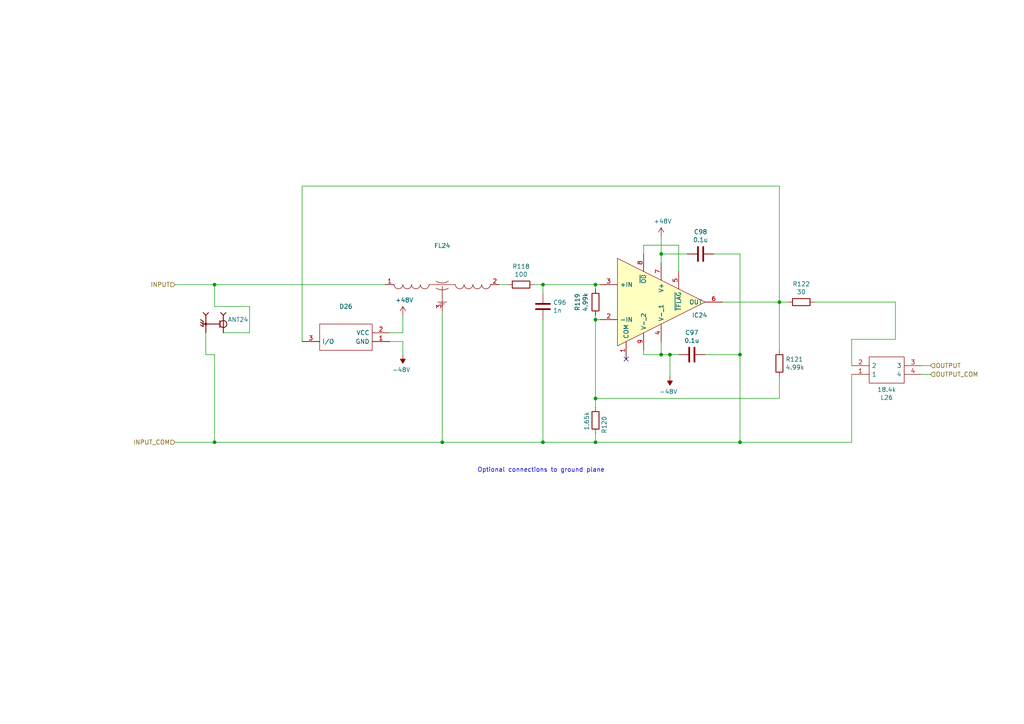
<source format=kicad_sch>
(kicad_sch (version 20211123) (generator eeschema)
  (paper "A4")
  (title_block (title "Amplifier block"))
  (lib_symbols
    (symbol "ARTIQAmp:744229" (pin_names (offset 0.762))
      (property "Reference" "L" (at 5.08 7.62 0))
      (property "Value" "744229" (at 5.08 5.08 0))
      (symbol "744229_0_0"
        (pin passive line (at 0 0 0) (length 5.08) (name "1") (number "1"))
        (pin passive line (at 0 -2.54 0) (length 5.08) (name "2") (number "2"))
        (pin passive line (at 20.32 -2.54 180) (length 5.08) (name "3") (number "3"))
        (pin passive line (at 20.32 0 180) (length 5.08) (name "4") (number "4"))
      )
      (symbol "744229_0_1"
        (polyline (pts (xy 5.08 2.54) (xy 15.24 2.54) (xy 15.24 -5.08) (xy 5.08 -5.08) (xy 5.08 2.54)) (stroke (width 0.1524)))
      )
    )
    (symbol "ARTIQAmp:LTC6090CS8E#PBF" (pin_names (offset 0.762))
      (property "Reference" "IC" (at 6.35 20.32 0))
      (property "Value" "LTC6090CS8E#PBF" (at 6.35 17.78 0))
      (symbol "LTC6090CS8E#PBF_0_0"
        (pin power_in line (at -5.08 -16.51 90) (length 5.08) (name "COM") (number "1"))
        (pin input line (at -12.7 -5.08 0) (length 5.08) (name "-IN") (number "2"))
        (pin input line (at -12.7 5.08 0) (length 5.08) (name "+IN") (number "3"))
        (pin power_in line (at 5.08 -11.43 90) (length 5.08) (name "V-_1") (number "4"))
        (pin output line (at 10.16 8.89 270) (length 5.08) (name "~{TFLAG}") (number "5"))
        (pin output line (at 22.86 0 180) (length 5.08) (name "OUT") (number "6"))
        (pin power_in line (at 5.08 11.43 270) (length 5.08) (name "V+") (number "7"))
        (pin input line (at 0 13.97 270) (length 5.08) (name "~{OD}") (number "8"))
        (pin power_in line (at 0 -13.97 90) (length 5.08) (name "V-_2") (number "9"))
      )
      (symbol "LTC6090CS8E#PBF_0_1"
        (polyline (pts (xy -7.62 12.7) (xy -7.62 -12.7) (xy 17.78 0) (xy -7.62 12.7)) (fill (type background)))
      )
    )
    (symbol "ARTIQAmp:NFE61PT472C1H9L" (pin_names (offset 0.762))
      (property "Reference" "FL" (at 25.4 11.43 0))
      (property "Value" " " (at 25.4 8.89 0))
      (symbol "NFE61PT472C1H9L_0_0"
        (pin passive line (at 0 0 0) (length 2.54) (name "~") (number "1"))
        (pin passive line (at 33.02 0 180) (length 2.54) (name "~") (number "2"))
        (pin passive line (at 16.51 -7.62 90) (length 2.54) (name "~") (number "3"))
      )
      (symbol "NFE61PT472C1H9L_0_1"
        (polyline (pts (xy 12.7 0) (xy 20.32 0)) (stroke (width 0.1524)))
        (polyline (pts (xy 15.24 -5.08) (xy 17.78 -5.08)) (stroke (width 0.1524)))
        (polyline (pts (xy 15.748 -5.588) (xy 17.272 -5.588)) (stroke (width 0.1524)))
        (polyline (pts (xy 16.256 -6.096) (xy 16.764 -6.096)) (stroke (width 0.1524)))
        (polyline (pts (xy 16.51 -5.08) (xy 16.51 -0.508)) (stroke (width 0.1524)))
        (arc (start 2.54 0) (mid 3.81 -1.3218) (end 5.08 0) (stroke (width 0.1524)))
        (arc (start 5.08 0) (mid 6.35 -1.3218) (end 7.62 0) (stroke (width 0.1524)))
        (arc (start 7.62 0) (mid 8.89 -1.3218) (end 10.16 0) (stroke (width 0.1524)))
        (arc (start 10.16 0) (mid 11.43 -1.3218) (end 12.7 0) (stroke (width 0.1524)))
        (arc (start 14.732 -1.016) (mid 16.51 -7.1218) (end 18.288 -1.016) (stroke (width 0.1524)))
        (arc (start 14.732 1.016) (mid 16.51 0.4982) (end 18.288 1.016) (stroke (width 0.1524)))
        (arc (start 20.32 0) (mid 21.59 -1.3218) (end 22.86 0) (stroke (width 0.1524)))
        (arc (start 22.86 0) (mid 24.13 -1.3218) (end 25.4 0) (stroke (width 0.1524)))
        (arc (start 25.4 0) (mid 26.67 -1.3218) (end 27.94 0) (stroke (width 0.1524)))
        (arc (start 27.94 0) (mid 29.21 -1.3218) (end 30.48 0) (stroke (width 0.1524)))
      )
    )
    (symbol "Device:C" (pin_numbers hide) (pin_names (offset 0.254))
      (property "Reference" "C" (at 0.635 2.54 0))
      (property "Value" "C" (at 0.635 -2.54 0))
      (symbol "C_0_1"
        (polyline (pts (xy -2.032 -0.762) (xy 2.032 -0.762)) (stroke (width 0.508)))
        (polyline (pts (xy -2.032 0.762) (xy 2.032 0.762)) (stroke (width 0.508)))
      )
      (symbol "C_1_1"
        (pin passive line (at 0 3.81 270) (length 2.794) (name "~") (number "1"))
        (pin passive line (at 0 -3.81 90) (length 2.794) (name "~") (number "2"))
      )
    )
    (symbol "Device:R" (pin_numbers hide) (pin_names (offset 0))
      (property "Reference" "R" (at 2.032 0 90))
      (property "Value" "R" (at 0 0 90))
      (symbol "R_0_1"
        (rectangle (start -1.016 -2.54) (end 1.016 2.54) (stroke (width 0.254)))
      )
      (symbol "R_1_1"
        (pin passive line (at 0 3.81 270) (length 1.27) (name "~") (number "1"))
        (pin passive line (at 0 -3.81 90) (length 1.27) (name "~") (number "2"))
      )
    )
    (symbol "NUP1301_215:NUP1301,215" (pin_names (offset 0.762))
      (property "Reference" "D" (at 21.59 7.62 0))
      (property "Value" "NUP1301,215" (at 21.59 5.08 0))
      (symbol "NUP1301,215_0_0"
        (pin passive line (at 0 0 0) (length 5.08) (name "GND") (number "1"))
        (pin passive line (at 0 -2.54 0) (length 5.08) (name "VCC") (number "2"))
        (pin passive line (at 25.4 0 180) (length 5.08) (name "I/O") (number "3"))
      )
      (symbol "NUP1301,215_0_1"
        (polyline (pts (xy 5.08 2.54) (xy 20.32 2.54) (xy 20.32 -5.08) (xy 5.08 -5.08) (xy 5.08 2.54)) (stroke (width 0.1524)))
      )
    )
    (symbol "U.FL-R-SMT_10_:U.FL-R-SMT(10)" (pin_numbers hide) (pin_names (offset 1.016) hide)
      (property "Reference" "J" (at -3.81 4.064 0))
      (property "Value" "U.FL-R-SMT(10)" (at -4.064 -6.858 0))
      (symbol "U.FL-R-SMT(10)_0_0"
        (circle (center 0 -2.54) (radius 0.254) (stroke (width 0.254)))
        (polyline (pts (xy -3.302 -3.302) (xy -2.54 -2.54)) (stroke (width 0.254)))
        (polyline (pts (xy -3.302 -1.778) (xy -2.54 -2.54)) (stroke (width 0.254)))
        (polyline (pts (xy -3.302 1.778) (xy -2.54 2.54)) (stroke (width 0.254)))
        (polyline (pts (xy -3.302 3.302) (xy -2.54 2.54)) (stroke (width 0.254)))
        (polyline (pts (xy -2.54 2.54) (xy 2.54 2.54)) (stroke (width 0.254)))
        (polyline (pts (xy -1.016 1.524) (xy 0 1.524)) (stroke (width 0.254)))
        (polyline (pts (xy -0.762 -3.302) (xy -1.27 -4.064)) (stroke (width 0.254)))
        (polyline (pts (xy 0 -3.302) (xy -0.762 -3.302)) (stroke (width 0.254)))
        (polyline (pts (xy 0 -3.302) (xy -0.508 -4.064)) (stroke (width 0.254)))
        (polyline (pts (xy 0 -3.302) (xy 0.762 -3.302)) (stroke (width 0.254)))
        (polyline (pts (xy 0 -2.54) (xy -2.54 -2.54)) (stroke (width 0.254)))
        (polyline (pts (xy 0 -2.54) (xy 0 -3.302)) (stroke (width 0.254)))
        (polyline (pts (xy 0 1.524) (xy 0 -2.54)) (stroke (width 0.254)))
        (polyline (pts (xy 0 1.524) (xy 1.016 1.524)) (stroke (width 0.254)))
        (polyline (pts (xy 0.762 -3.302) (xy 0.254 -4.064)) (stroke (width 0.254)))
        (polyline (pts (xy 2.54 -2.54) (xy 0 -2.54)) (stroke (width 0.254)))
        (circle (center 0 2.54) (radius 1.016) (stroke (width 0.254)))
        (pin passive line (at 2.54 2.54 180) (length 5.08) (name "SIG") (number "1"))
        (pin passive line (at 2.54 -2.54 180) (length 5.08) (name "GND1") (number "2"))
        (pin passive line (at 2.54 -2.54 180) (length 5.08) (name "GND2") (number "3"))
      )
    )
    (symbol "power:+48V" (power) (pin_names (offset 0))
      (property "Value" "+48V" (at 0 3.556 0))
      (symbol "+48V_0_1"
        (polyline (pts (xy -0.762 1.27) (xy 0 2.54)))
        (polyline (pts (xy 0 0) (xy 0 2.54)))
        (polyline (pts (xy 0 2.54) (xy 0.762 1.27)))
      )
      (symbol "+48V_1_1"
        (pin power_in line (at 0 0 90) (length 0) hide (name "+48V") (number "1"))
      )
    )
    (symbol "power:-48V" (power) (pin_names (offset 0))
      (property "Value" "-48V" (at 0 3.81 0))
      (symbol "-48V_0_0"
        (pin power_in line (at 0 0 90) (length 0) hide (name "-48V") (number "1"))
      )
      (symbol "-48V_0_1"
        (polyline (pts (xy 0 0) (xy 0 1.27) (xy 0.762 1.27) (xy 0 2.54) (xy -0.762 1.27) (xy 0 1.27)) (fill (type outline)))
      )
    )
  )
  (junction (at 128.27 128.27))
  (junction (at 214.63 102.87))
  (junction (at 226.06 87.63))
  (junction (at 172.72 128.27))
  (junction (at 172.72 92.71))
  (junction (at 194.31 102.87))
  (junction (at 191.77 73.66))
  (junction (at 172.72 115.57))
  (junction (at 172.72 82.55))
  (junction (at 157.48 128.27))
  (junction (at 157.48 82.55))
  (junction (at 191.77 102.87))
  (junction (at 214.63 128.27))
  (junction (at 62.23 128.27))
  (junction (at 62.23 82.55))
  (no_connect (at 181.61 104.14))
  (wire (pts (xy 172.72 92.71) (xy 172.72 115.57)))
  (wire (pts (xy 196.85 71.12) (xy 186.69 71.12)))
  (wire (pts (xy 87.63 99.06) (xy 87.63 53.975)))
  (wire (pts (xy 172.72 115.57) (xy 172.72 118.11)))
  (wire (pts (xy 173.99 92.71) (xy 172.72 92.71)))
  (wire (pts (xy 191.77 68.58) (xy 191.77 73.66)))
  (wire (pts (xy 173.99 82.55) (xy 172.72 82.55)))
  (wire (pts (xy 247.015 98.425) (xy 259.715 98.425)))
  (wire (pts (xy 214.63 102.87) (xy 214.63 128.27)))
  (wire (pts (xy 186.69 71.12) (xy 186.69 73.66)))
  (wire (pts (xy 247.015 106.045) (xy 247.015 98.425)))
  (wire (pts (xy 204.47 102.87) (xy 214.63 102.87)))
  (wire (pts (xy 199.39 73.66) (xy 191.77 73.66)))
  (wire (pts (xy 62.23 102.87) (xy 62.23 128.27)))
  (wire (pts (xy 128.27 90.17) (xy 128.27 128.27)))
  (wire (pts (xy 172.72 128.27) (xy 214.63 128.27)))
  (wire (pts (xy 116.84 96.52) (xy 116.84 91.44)))
  (wire (pts (xy 157.48 128.27) (xy 172.72 128.27)))
  (wire (pts (xy 62.23 128.27) (xy 128.27 128.27)))
  (wire (pts (xy 157.48 92.71) (xy 157.48 128.27)))
  (wire (pts (xy 267.335 106.045) (xy 269.875 106.045)))
  (wire (pts (xy 186.69 101.6) (xy 186.69 102.87)))
  (wire (pts (xy 50.8 128.27) (xy 62.23 128.27)))
  (wire (pts (xy 226.06 109.22) (xy 226.06 115.57)))
  (wire (pts (xy 196.85 102.87) (xy 194.31 102.87)))
  (wire (pts (xy 259.715 98.425) (xy 259.715 87.63)))
  (wire (pts (xy 226.06 53.975) (xy 226.06 87.63)))
  (wire (pts (xy 191.77 99.06) (xy 191.77 102.87)))
  (wire (pts (xy 62.23 82.55) (xy 62.23 88.9)))
  (wire (pts (xy 214.63 102.87) (xy 214.63 73.66)))
  (wire (pts (xy 226.06 87.63) (xy 226.06 101.6)))
  (wire (pts (xy 194.31 102.87) (xy 194.31 109.22)))
  (wire (pts (xy 157.48 82.55) (xy 154.94 82.55)))
  (wire (pts (xy 236.22 87.63) (xy 259.715 87.63)))
  (wire (pts (xy 191.77 76.2) (xy 191.77 73.66)))
  (wire (pts (xy 59.69 96.52) (xy 59.69 102.87)))
  (wire (pts (xy 62.23 102.87) (xy 59.69 102.87)))
  (wire (pts (xy 72.39 88.9) (xy 72.39 96.52)))
  (wire (pts (xy 172.72 82.55) (xy 172.72 83.82)))
  (wire (pts (xy 62.23 88.9) (xy 72.39 88.9)))
  (wire (pts (xy 62.23 82.55) (xy 111.76 82.55)))
  (wire (pts (xy 226.06 87.63) (xy 228.6 87.63)))
  (wire (pts (xy 186.69 102.87) (xy 191.77 102.87)))
  (wire (pts (xy 157.48 82.55) (xy 157.48 85.09)))
  (wire (pts (xy 267.335 108.585) (xy 269.875 108.585)))
  (wire (pts (xy 247.015 128.27) (xy 214.63 128.27)))
  (wire (pts (xy 214.63 73.66) (xy 207.01 73.66)))
  (wire (pts (xy 191.77 102.87) (xy 194.31 102.87)))
  (wire (pts (xy 247.015 108.585) (xy 247.015 128.27)))
  (wire (pts (xy 87.63 53.975) (xy 226.06 53.975)))
  (wire (pts (xy 157.48 82.55) (xy 172.72 82.55)))
  (wire (pts (xy 113.03 99.06) (xy 116.84 99.06)))
  (wire (pts (xy 172.72 125.73) (xy 172.72 128.27)))
  (wire (pts (xy 113.03 96.52) (xy 116.84 96.52)))
  (wire (pts (xy 72.39 96.52) (xy 64.77 96.52)))
  (wire (pts (xy 186.69 76.2) (xy 186.69 78.74)))
  (wire (pts (xy 172.72 115.57) (xy 226.06 115.57)))
  (wire (pts (xy 209.55 87.63) (xy 226.06 87.63)))
  (wire (pts (xy 50.8 82.55) (xy 62.23 82.55)))
  (wire (pts (xy 116.84 99.06) (xy 116.84 102.87)))
  (wire (pts (xy 196.85 78.74) (xy 196.85 71.12)))
  (wire (pts (xy 172.72 91.44) (xy 172.72 92.71)))
  (wire (pts (xy 128.27 128.27) (xy 157.48 128.27)))
  (wire (pts (xy 147.32 82.55) (xy 144.78 82.55)))
  (text "Optional connections to ground plane" (at 138.43 137.16 0) (effects (font (size 1.27 1.27)) (justify left bottom)))
  (hierarchical_label "OUTPUT" (shape input) (at 269.875 106.045 0))
  (hierarchical_label "INPUT" (shape input) (at 50.8 82.55 180))
  (hierarchical_label "OUTPUT_COM" (shape input) (at 269.875 108.585 0))
  (hierarchical_label "INPUT_COM" (shape input) (at 50.8 128.27 180))
  (symbol (lib_id "Device:R") (at 172.72 121.92 180)
    (property "Reference" "R120" (at 175.26 120.65 90) (effects (justify left)))
    (property "Value" "1.65k" (at 170.18 119.38 90) (effects (justify left)))
    (property "Footprint" "Resistor_SMD:R_0603_1608Metric" (effects hide))
    (property "Datasheet" "https://www.seielect.com/catalog/sei-rmcf_rmcp.pdf" (effects hide))
    (property "Digikey Number" "RMCF0603FT1K65CT-ND" (effects hide))
    (property "Availability" "Y" (effects hide))
    (property "Description" "RES 1.65K OHM 1% 1/10W 0603" (effects hide))
    (property "Manufacturer" "Stackpole Electronics Inc" (effects hide))
    (property "MPN" "RMCF0603FT1K65" (effects hide))
    (property "Package" "0603" (effects hide))
    (property "Type" "SMT" (effects hide))
  )
  (symbol (lib_id "Device:R") (at 226.06 105.41 180)
    (property "Reference" "R121" (at 227.838 104.2416 0) (effects (justify right)))
    (property "Value" "4.99k" (at 227.838 106.553 0) (effects (justify right)))
    (property "Footprint" "Resistor_SMD:R_0603_1608Metric" (effects hide))
    (property "Datasheet" "https://www.seielect.com/catalog/sei-rmcf_rmcp.pdf" (effects hide))
    (property "Digikey Number" "RMCF0603FT4K99CT-ND" (effects hide))
    (property "Availability" "Y" (effects hide))
    (property "Description" "RES SMD 4.99K OHM 1% 1/10W 0603" (effects hide))
    (property "Manufacturer" "Stackpole Electronics Inc" (effects hide))
    (property "MPN" "RMCF0603FT4K99" (effects hide))
    (property "Package" "0603" (effects hide))
    (property "Type" "SMT" (effects hide))
  )
  (symbol (lib_id "Device:C") (at 157.48 88.9 0)
    (property "Reference" "C96" (at 160.401 87.7316 0) (effects (justify left)))
    (property "Value" "1n" (at 160.401 90.043 0) (effects (justify left)))
    (property "Footprint" "Capacitor_SMD:C_0603_1608Metric" (effects hide))
    (property "Datasheet" "http://www.passivecomponent.com/wp-content/uploads/datasheet/WTC_MLCC_General_Purpose.pdf" (effects hide))
    (property "Digikey Number" "1276-1131-1-ND " (effects hide))
    (property "Description" "CAP CER 1000PF 100V X7R 0603" (effects hide))
    (property "Height" "0.9" (effects hide))
    (property "Manufacturer" "Samsung" (effects hide))
    (property "MPN" "CL10B102KC8NNNC" (effects hide))
    (property "Availability" "Y" (effects hide))
    (property "Package" "0603" (effects hide))
    (property "Type" "SMT" (effects hide))
  )
  (symbol (lib_id "power:+48V") (at 191.77 68.58 0)
    (property "Reference" "#PWR0110" (effects hide))
    (property "Value" "+48V" (at 192.2018 64.1858 0))
  )
  (symbol (lib_id "Device:C") (at 203.2 73.66 270)
    (property "Reference" "C98" (at 203.2 67.2592 90))
    (property "Value" "0.1u" (at 203.2 69.5706 90))
    (property "Footprint" "Capacitor_SMD:C_0603_1608Metric" (effects hide))
    (property "Datasheet" "https://media.digikey.com/pdf/Data%20Sheets/Samsung%20PDFs/CL10B104KC8NNNC_Spec.pdf" (effects hide))
    (property "Digikey Number" "1276-6807-1-ND" (effects hide))
    (property "Description" "CAP CER 0.1UF 100V X7R 0603" (effects hide))
    (property "Height" "0.9" (effects hide))
    (property "Manufacturer" "Samsung" (effects hide))
    (property "MPN" "CL10B104KC8NNNC" (effects hide))
    (property "Availability" "Y" (effects hide))
  )
  (symbol (lib_id "ARTIQAmp:NFE61PT472C1H9L") (at 111.76 82.55 0)
    (property "Reference" "FL24" (at 128.27 71.247 0))
    (property "Value" " " (at 128.27 73.5584 0))
    (property "Footprint" "ARTIQAmp:NFE61" (effects hide))
    (property "Datasheet" "https://www.murata.com/en-eu/products/productdata/8796767059998/ENFE0003.pdf" (effects hide))
    (property "Description" "SMT EMI filter capacitor,4700pF 50Vdc Murata NFE61HT / PT Series 2A 50 V dc SMD Power Line Filter, with Solder Pad Terminals" (effects hide))
    (property "Height" "1.9" (effects hide))
    (property "MPN" "NFE61PT472C1H9L" (effects hide))
    (property "Manufacturer" "Murata Electronics" (effects hide))
    (property "Digikey Number" "490-2554-2-ND" (effects hide))
    (property "Availability" "Y" (effects hide))
    (property "Package" "2706, 3 PC Pad" (effects hide))
    (property "Type" "SMT" (effects hide))
  )
  (symbol (lib_id "Device:R") (at 172.72 87.63 0)
    (property "Reference" "R119" (at 167.4622 87.63 90))
    (property "Value" "4.99k" (at 169.7736 87.63 90))
    (property "Footprint" "Resistor_SMD:R_0603_1608Metric" (effects hide))
    (property "Datasheet" "https://www.seielect.com/catalog/sei-rmcf_rmcp.pdf" (effects hide))
    (property "Digikey Number" "RMCF0603FT4K99CT-ND" (effects hide))
    (property "Availability" "Y" (effects hide))
    (property "Description" "RES SMD 4.99K OHM 1% 1/10W 0603" (effects hide))
    (property "Manufacturer" "Stackpole Electronics Inc" (effects hide))
    (property "MPN" "RMCF0603FT4K99" (effects hide))
    (property "Package" "0603" (effects hide))
    (property "Type" "SMT" (effects hide))
  )
  (symbol (lib_id "Device:R") (at 232.41 87.63 270)
    (property "Reference" "R122" (at 232.41 82.3722 90))
    (property "Value" "30" (at 232.41 84.6836 90))
    (property "Footprint" "Resistor_SMD:R_0603_1608Metric" (effects hide))
    (property "Datasheet" "https://www.seielect.com/catalog/sei-rmcf_rmcp.pdf" (effects hide))
    (property "Digikey Number" "738-RMCF0603FT30R0CT-ND" (effects hide))
    (property "Availability" "Y" (effects hide))
    (property "Description" "RES 30 OHM 1% 1/10W 0603" (effects hide))
    (property "Manufacturer" "Stackpole Electronics Inc" (effects hide))
    (property "MPN" "RMCF0603FT30R0" (effects hide))
    (property "Package" "0603" (effects hide))
    (property "Type" "SMT" (effects hide))
  )
  (symbol (lib_id "ARTIQAmp:744229") (at 247.015 108.585 0) (mirror x)
    (property "Reference" "L26" (at 257.175 115.316 0))
    (property "Value" "18.4k" (at 257.175 113.0046 0))
    (property "Footprint" "ARTIQAmp:WE-SL2-WIDE" (effects hide))
    (property "Datasheet" "http://componentsearchengine.com/Datasheets/1/744229.pdf" (effects hide))
    (property "Description" "SMD Common Mode Line Filter WE-SL5" (effects hide))
    (property "MPN" "744229" (effects hide))
    (property "Manufacturer" "Wurth Elektronik" (effects hide))
    (property "Digikey Number" "732-1488-1-ND" (effects hide))
    (property "Availability" "Y" (effects hide))
    (property "Type" "SMT" (effects hide))
  )
  (symbol (lib_id "ARTIQAmp:LTC6090CS8E#PBF") (at 186.69 87.63 0)
    (property "Reference" "IC24" (at 200.66 91.44 0) (effects (justify left)))
    (property "Value" " " (at 195.58 93.98 0) (effects (justify left)))
    (property "Footprint" "ARTIQAmp:SOIC127P599X175-9N" (effects hide))
    (property "Datasheet" "http://cds.linear.com/docs/en/datasheet/6090fe.pdf" (effects hide))
    (property "Package" "SOIC-8E" (effects hide))
    (property "Digikey Number" "505-LTC6090CS8E#PBF-ND " (effects hide))
    (property "Description" "IC OPAMP GP 1 CIRCUIT 8SOIC" (effects hide))
    (property "Manufacturer" "Analog Devices Inc." (effects hide))
    (property "MPN" "LTC6090CS8E#PBF" (effects hide))
    (property "Availability" "Y" (effects hide))
    (property "Type" "SMT" (effects hide))
  )
  (symbol (lib_id "Device:R") (at 151.13 82.55 270)
    (property "Reference" "R118" (at 151.13 77.2922 90))
    (property "Value" "100" (at 151.13 79.6036 90))
    (property "Footprint" "Resistor_SMD:R_0603_1608Metric" (effects hide))
    (property "Datasheet" "https://www.seielect.com/catalog/sei-rmcf_rmcp.pdf" (effects hide))
    (property "Digikey Number" "RMCF0603FG100RCT-ND " (effects hide))
    (property "Availability" "Y" (effects hide))
    (property "Description" "RES 100 OHM 1% 1/10W 0603" (effects hide))
    (property "Manufacturer" "Stackpole Electronics Inc" (effects hide))
    (property "MPN" "RMCF0603FG100R" (effects hide))
    (property "Package" "0603" (effects hide))
    (property "Type" "SMT" (effects hide))
  )
  (symbol (lib_id "power:-48V") (at 194.31 109.22 180)
    (property "Reference" "#PWR0111" (effects hide))
    (property "Value" "-48V" (at 193.8528 113.6142 0))
  )
  (symbol (lib_id "Device:C") (at 200.66 102.87 270)
    (property "Reference" "C97" (at 200.66 96.4692 90))
    (property "Value" "0.1u" (at 200.66 98.7806 90))
    (property "Footprint" "Capacitor_SMD:C_0603_1608Metric" (effects hide))
    (property "Datasheet" "https://media.digikey.com/pdf/Data%20Sheets/Samsung%20PDFs/CL10B104KC8NNNC_Spec.pdf" (effects hide))
    (property "Digikey Number" "1276-6807-1-ND" (effects hide))
    (property "Description" "CAP CER 0.1UF 100V X7R 0603" (effects hide))
    (property "Height" "0.9" (effects hide))
    (property "Manufacturer" "Samsung" (effects hide))
    (property "MPN" "CL10B104KC8NNNC" (effects hide))
    (property "Availability" "Y" (effects hide))
    (property "Package" "0603" (effects hide))
    (property "Type" "SMT" (effects hide))
  )
  (symbol (lib_id "power:+48V") (at 116.84 91.44 0)
    (property "Reference" "#PWR0108" (effects hide))
    (property "Value" "+48V" (at 117.2718 87.0458 0))
  )
  (symbol (lib_id "power:-48V") (at 116.84 102.87 180)
    (property "Reference" "#PWR0109" (effects hide))
    (property "Value" "-48V" (at 116.3828 107.2642 0))
  )
  (symbol (lib_id "NUP1301_215:NUP1301,215") (at 113.03 99.06 180)
    (property "Reference" "D26" (at 100.33 88.9 0))
    (property "Value" " " (at 100.33 91.44 0))
    (property "Footprint" "ARTIQAmp:TRANS_MMBT2907A" (effects hide))
    (property "Datasheet" "https://assets.nexperia.com/documents/data-sheet/BAV99_SER.pdf" (effects hide))
    (property "Description" "X34 PB-F SWITCHING DIODE SOT23" (effects hide))
    (property "Height" "1.1" (effects hide))
    (property "MPN" "BAV99,LM" (effects hide))
    (property "Digikey Number" "264-BAV99LMTR-ND" (effects hide))
    (property "Manufacturer" "Toshiba" (effects hide))
    (property "Availability" "Y" (effects hide))
    (property "Package" "SOT23" (effects hide))
    (property "Type" "SMT" (effects hide))
  )
  (symbol (lib_id "U.FL-R-SMT_10_:U.FL-R-SMT(10)") (at 62.23 93.98 270)
    (property "Reference" "ANT24" (at 66.04 92.7099 90) (effects (justify left)))
    (property "Value" " " (at 66.04 95.2499 90) (effects (justify left)))
    (property "Footprint" "HRS_U.FL-R-SMT(10)" (effects hide))
    (property "Datasheet" "https://media.digikey.com/pdf/Data%20Sheets/Hirose%20PDFs/UFL%20Series.pdf" (effects hide))
    (property "Availability" "Y" (effects hide))
    (property "Digikey Number" "H9161TR-ND" (effects hide))
    (property "Manufacturer" "Hirose" (effects hide))
    (property "Description" "U.FL Series 50 Ohm Receptacle Male Pins Ultra Small SMT Coaxial Connector" (effects hide))
    (property "MPN" "U.FL-R-SMT(10)" (effects hide))
    (property "Height" "2.5" (effects hide))
    (property "Type" "SMT" (effects hide))
  )
)
</source>
